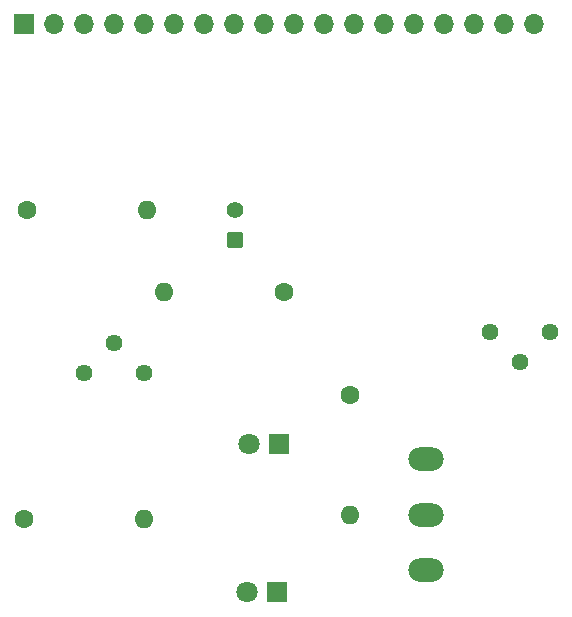
<source format=gbr>
%TF.GenerationSoftware,KiCad,Pcbnew,8.0.0*%
%TF.CreationDate,2024-03-15T09:09:59+01:00*%
%TF.ProjectId,carte_LED_Photodiode_carac,63617274-655f-44c4-9544-5f50686f746f,rev?*%
%TF.SameCoordinates,Original*%
%TF.FileFunction,Copper,L1,Top*%
%TF.FilePolarity,Positive*%
%FSLAX46Y46*%
G04 Gerber Fmt 4.6, Leading zero omitted, Abs format (unit mm)*
G04 Created by KiCad (PCBNEW 8.0.0) date 2024-03-15 09:09:59*
%MOMM*%
%LPD*%
G01*
G04 APERTURE LIST*
G04 Aperture macros list*
%AMRoundRect*
0 Rectangle with rounded corners*
0 $1 Rounding radius*
0 $2 $3 $4 $5 $6 $7 $8 $9 X,Y pos of 4 corners*
0 Add a 4 corners polygon primitive as box body*
4,1,4,$2,$3,$4,$5,$6,$7,$8,$9,$2,$3,0*
0 Add four circle primitives for the rounded corners*
1,1,$1+$1,$2,$3*
1,1,$1+$1,$4,$5*
1,1,$1+$1,$6,$7*
1,1,$1+$1,$8,$9*
0 Add four rect primitives between the rounded corners*
20,1,$1+$1,$2,$3,$4,$5,0*
20,1,$1+$1,$4,$5,$6,$7,0*
20,1,$1+$1,$6,$7,$8,$9,0*
20,1,$1+$1,$8,$9,$2,$3,0*%
G04 Aperture macros list end*
%TA.AperFunction,ComponentPad*%
%ADD10O,3.000000X2.000000*%
%TD*%
%TA.AperFunction,ComponentPad*%
%ADD11C,1.440000*%
%TD*%
%TA.AperFunction,ComponentPad*%
%ADD12O,1.600000X1.600000*%
%TD*%
%TA.AperFunction,ComponentPad*%
%ADD13C,1.600000*%
%TD*%
%TA.AperFunction,ComponentPad*%
%ADD14C,1.800000*%
%TD*%
%TA.AperFunction,ComponentPad*%
%ADD15R,1.800000X1.800000*%
%TD*%
%TA.AperFunction,ComponentPad*%
%ADD16RoundRect,0.249200X0.450800X-0.450800X0.450800X0.450800X-0.450800X0.450800X-0.450800X-0.450800X0*%
%TD*%
%TA.AperFunction,ComponentPad*%
%ADD17C,1.400000*%
%TD*%
%TA.AperFunction,ComponentPad*%
%ADD18R,1.700000X1.700000*%
%TD*%
%TA.AperFunction,ComponentPad*%
%ADD19O,1.700000X1.700000*%
%TD*%
G04 APERTURE END LIST*
D10*
%TO.P,SW1,3,C*%
%TO.N,Net-(D2-K)*%
X218200000Y-83200000D03*
%TO.P,SW1,2,B*%
%TO.N,OUT4*%
X218200000Y-87900000D03*
%TO.P,SW1,1,A*%
%TO.N,Net-(D3-K)*%
X218200000Y-92600000D03*
%TD*%
D11*
%TO.P,RV2,3,3*%
%TO.N,GND*%
X228700000Y-72400000D03*
%TO.P,RV2,2,2*%
X226160000Y-74940000D03*
%TO.P,RV2,1,1*%
%TO.N,Net-(R4-Pad1)*%
X223620000Y-72400000D03*
%TD*%
%TO.P,RV1,1,1*%
%TO.N,Net-(R2-Pad1)*%
X194370000Y-75850000D03*
%TO.P,RV1,2,2*%
%TO.N,GND*%
X191830000Y-73310000D03*
%TO.P,RV1,3,3*%
X189290000Y-75850000D03*
%TD*%
D12*
%TO.P,R4,2*%
%TO.N,OUT4*%
X211750000Y-87910000D03*
D13*
%TO.P,R4,1*%
%TO.N,Net-(R4-Pad1)*%
X211750000Y-77750000D03*
%TD*%
D12*
%TO.P,R3,2*%
%TO.N,OUT3*%
X194360000Y-88250000D03*
D13*
%TO.P,R3,1*%
%TO.N,IN1*%
X184200000Y-88250000D03*
%TD*%
D12*
%TO.P,R2,2*%
%TO.N,OUT2*%
X196040000Y-69000000D03*
D13*
%TO.P,R2,1*%
%TO.N,Net-(R2-Pad1)*%
X206200000Y-69000000D03*
%TD*%
%TO.P,R1,1*%
%TO.N,IN1*%
X184440000Y-62070000D03*
D12*
%TO.P,R1,2*%
%TO.N,OUT1*%
X194600000Y-62070000D03*
%TD*%
D14*
%TO.P,D3,2,A*%
%TO.N,OUT3*%
X203060000Y-94400000D03*
D15*
%TO.P,D3,1,K*%
%TO.N,Net-(D3-K)*%
X205600000Y-94400000D03*
%TD*%
D14*
%TO.P,D2,2,A*%
%TO.N,OUT3*%
X203210000Y-81900000D03*
D15*
%TO.P,D2,1,K*%
%TO.N,Net-(D2-K)*%
X205750000Y-81900000D03*
%TD*%
D16*
%TO.P,D1,1,K*%
%TO.N,OUT2*%
X202020000Y-64610000D03*
D17*
%TO.P,D1,2,A*%
%TO.N,OUT1*%
X202020000Y-62050000D03*
%TD*%
D18*
%TO.P,J1,1,Pin_1*%
%TO.N,unconnected-(J1-Pin_1-Pad1)*%
X184150000Y-46355000D03*
D19*
%TO.P,J1,2,Pin_2*%
%TO.N,unconnected-(J1-Pin_2-Pad2)*%
X186690000Y-46355000D03*
%TO.P,J1,3,Pin_3*%
%TO.N,unconnected-(J1-Pin_3-Pad3)*%
X189230000Y-46355000D03*
%TO.P,J1,4,Pin_4*%
%TO.N,GND*%
X191770000Y-46355000D03*
%TO.P,J1,5,Pin_5*%
%TO.N,IN1*%
X194310000Y-46355000D03*
%TO.P,J1,6,Pin_6*%
%TO.N,IN2*%
X196850000Y-46355000D03*
%TO.P,J1,7,Pin_7*%
%TO.N,GND*%
X199390000Y-46355000D03*
%TO.P,J1,8,Pin_8*%
%TO.N,OUT1*%
X201930000Y-46355000D03*
%TO.P,J1,9,Pin_9*%
%TO.N,OUT2*%
X204470000Y-46355000D03*
%TO.P,J1,10,Pin_10*%
%TO.N,OUT3*%
X207010000Y-46355000D03*
%TO.P,J1,11,Pin_11*%
%TO.N,OUT4*%
X209550000Y-46355000D03*
%TO.P,J1,12,Pin_12*%
%TO.N,GND*%
X212090000Y-46355000D03*
%TO.P,J1,13,Pin_13*%
%TO.N,-15V*%
X214630000Y-46355000D03*
%TO.P,J1,14,Pin_14*%
%TO.N,GND*%
X217170000Y-46355000D03*
%TO.P,J1,15,Pin_15*%
%TO.N,+15V*%
X219710000Y-46355000D03*
%TO.P,J1,16,Pin_16*%
%TO.N,GND*%
X222250000Y-46355000D03*
%TO.P,J1,17,Pin_17*%
%TO.N,5V*%
X224790000Y-46355000D03*
%TO.P,J1,18,Pin_18*%
%TO.N,3.3V*%
X227330000Y-46355000D03*
%TD*%
M02*

</source>
